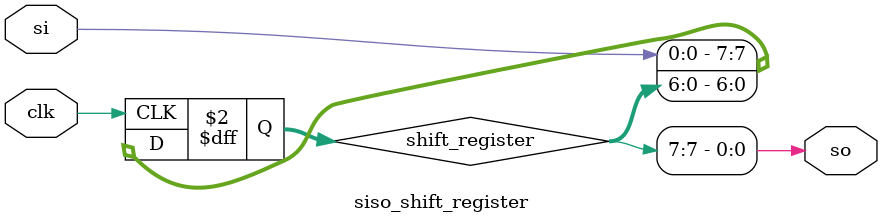
<source format=v>
module siso_shift_register (
    input clk,
    input si,
    output so
);

    reg [7:0] shift_register;

    always @(posedge clk) begin
        shift_register <= {si, shift_register[6:0]};
    end

    assign so = shift_register[7];

endmodule

</source>
